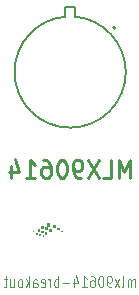
<source format=gbr>
G04 #@! TF.GenerationSoftware,KiCad,Pcbnew,(6.0.7)*
G04 #@! TF.CreationDate,2023-01-17T09:38:14-08:00*
G04 #@! TF.ProjectId,mlx90614-breakout,6d6c7839-3036-4313-942d-627265616b6f,rev?*
G04 #@! TF.SameCoordinates,Original*
G04 #@! TF.FileFunction,Legend,Bot*
G04 #@! TF.FilePolarity,Positive*
%FSLAX46Y46*%
G04 Gerber Fmt 4.6, Leading zero omitted, Abs format (unit mm)*
G04 Created by KiCad (PCBNEW (6.0.7)) date 2023-01-17 09:38:14*
%MOMM*%
%LPD*%
G01*
G04 APERTURE LIST*
%ADD10C,0.250000*%
%ADD11C,0.100000*%
%ADD12C,0.010000*%
%ADD13C,0.127000*%
%ADD14C,0.200000*%
G04 APERTURE END LIST*
D10*
X115983332Y-73383572D02*
X115983332Y-71883572D01*
X115516665Y-72955001D01*
X115049999Y-71883572D01*
X115049999Y-73383572D01*
X113716665Y-73383572D02*
X114383332Y-73383572D01*
X114383332Y-71883572D01*
X113383332Y-71883572D02*
X112449999Y-73383572D01*
X112449999Y-71883572D02*
X113383332Y-73383572D01*
X111849999Y-73383572D02*
X111583332Y-73383572D01*
X111449999Y-73312143D01*
X111383332Y-73240715D01*
X111249999Y-73026429D01*
X111183332Y-72740715D01*
X111183332Y-72169286D01*
X111249999Y-72026429D01*
X111316665Y-71955001D01*
X111449999Y-71883572D01*
X111716665Y-71883572D01*
X111849999Y-71955001D01*
X111916665Y-72026429D01*
X111983332Y-72169286D01*
X111983332Y-72526429D01*
X111916665Y-72669286D01*
X111849999Y-72740715D01*
X111716665Y-72812143D01*
X111449999Y-72812143D01*
X111316665Y-72740715D01*
X111249999Y-72669286D01*
X111183332Y-72526429D01*
X110316665Y-71883572D02*
X110183332Y-71883572D01*
X110049999Y-71955001D01*
X109983332Y-72026429D01*
X109916665Y-72169286D01*
X109849999Y-72455001D01*
X109849999Y-72812143D01*
X109916665Y-73097858D01*
X109983332Y-73240715D01*
X110049999Y-73312143D01*
X110183332Y-73383572D01*
X110316665Y-73383572D01*
X110449999Y-73312143D01*
X110516665Y-73240715D01*
X110583332Y-73097858D01*
X110649999Y-72812143D01*
X110649999Y-72455001D01*
X110583332Y-72169286D01*
X110516665Y-72026429D01*
X110449999Y-71955001D01*
X110316665Y-71883572D01*
X108649999Y-71883572D02*
X108916665Y-71883572D01*
X109049999Y-71955001D01*
X109116665Y-72026429D01*
X109249999Y-72240715D01*
X109316665Y-72526429D01*
X109316665Y-73097858D01*
X109249999Y-73240715D01*
X109183332Y-73312143D01*
X109049999Y-73383572D01*
X108783332Y-73383572D01*
X108649999Y-73312143D01*
X108583332Y-73240715D01*
X108516665Y-73097858D01*
X108516665Y-72740715D01*
X108583332Y-72597858D01*
X108649999Y-72526429D01*
X108783332Y-72455001D01*
X109049999Y-72455001D01*
X109183332Y-72526429D01*
X109249999Y-72597858D01*
X109316665Y-72740715D01*
X107183332Y-73383572D02*
X107983332Y-73383572D01*
X107583332Y-73383572D02*
X107583332Y-71883572D01*
X107716665Y-72097858D01*
X107849999Y-72240715D01*
X107983332Y-72312143D01*
X105983332Y-72383572D02*
X105983332Y-73383572D01*
X106316665Y-71812143D02*
X106649999Y-72883572D01*
X105783332Y-72883572D01*
D11*
X116449999Y-82682381D02*
X116449999Y-82015715D01*
X116449999Y-82110953D02*
X116414284Y-82063334D01*
X116342856Y-82015715D01*
X116235713Y-82015715D01*
X116164284Y-82063334D01*
X116128570Y-82158572D01*
X116128570Y-82682381D01*
X116128570Y-82158572D02*
X116092856Y-82063334D01*
X116021427Y-82015715D01*
X115914284Y-82015715D01*
X115842856Y-82063334D01*
X115807141Y-82158572D01*
X115807141Y-82682381D01*
X115342856Y-82682381D02*
X115414284Y-82634762D01*
X115449999Y-82539524D01*
X115449999Y-81682381D01*
X115128570Y-82682381D02*
X114735713Y-82015715D01*
X115128570Y-82015715D02*
X114735713Y-82682381D01*
X114414284Y-82682381D02*
X114271427Y-82682381D01*
X114199999Y-82634762D01*
X114164284Y-82587143D01*
X114092856Y-82444286D01*
X114057141Y-82253810D01*
X114057141Y-81872858D01*
X114092856Y-81777620D01*
X114128570Y-81730001D01*
X114199999Y-81682381D01*
X114342856Y-81682381D01*
X114414284Y-81730001D01*
X114449999Y-81777620D01*
X114485713Y-81872858D01*
X114485713Y-82110953D01*
X114449999Y-82206191D01*
X114414284Y-82253810D01*
X114342856Y-82301429D01*
X114199999Y-82301429D01*
X114128570Y-82253810D01*
X114092856Y-82206191D01*
X114057141Y-82110953D01*
X113592856Y-81682381D02*
X113521427Y-81682381D01*
X113449999Y-81730001D01*
X113414284Y-81777620D01*
X113378570Y-81872858D01*
X113342856Y-82063334D01*
X113342856Y-82301429D01*
X113378570Y-82491905D01*
X113414284Y-82587143D01*
X113449999Y-82634762D01*
X113521427Y-82682381D01*
X113592856Y-82682381D01*
X113664284Y-82634762D01*
X113699999Y-82587143D01*
X113735713Y-82491905D01*
X113771427Y-82301429D01*
X113771427Y-82063334D01*
X113735713Y-81872858D01*
X113699999Y-81777620D01*
X113664284Y-81730001D01*
X113592856Y-81682381D01*
X112699999Y-81682381D02*
X112842856Y-81682381D01*
X112914284Y-81730001D01*
X112949999Y-81777620D01*
X113021427Y-81920477D01*
X113057141Y-82110953D01*
X113057141Y-82491905D01*
X113021427Y-82587143D01*
X112985713Y-82634762D01*
X112914284Y-82682381D01*
X112771427Y-82682381D01*
X112699999Y-82634762D01*
X112664284Y-82587143D01*
X112628570Y-82491905D01*
X112628570Y-82253810D01*
X112664284Y-82158572D01*
X112699999Y-82110953D01*
X112771427Y-82063334D01*
X112914284Y-82063334D01*
X112985713Y-82110953D01*
X113021427Y-82158572D01*
X113057141Y-82253810D01*
X111914284Y-82682381D02*
X112342856Y-82682381D01*
X112128570Y-82682381D02*
X112128570Y-81682381D01*
X112199999Y-81825239D01*
X112271427Y-81920477D01*
X112342856Y-81968096D01*
X111271427Y-82015715D02*
X111271427Y-82682381D01*
X111449999Y-81634762D02*
X111628570Y-82349048D01*
X111164284Y-82349048D01*
X110878570Y-82301429D02*
X110307141Y-82301429D01*
X109949999Y-82682381D02*
X109949999Y-81682381D01*
X109949999Y-82063334D02*
X109878570Y-82015715D01*
X109735713Y-82015715D01*
X109664284Y-82063334D01*
X109628570Y-82110953D01*
X109592856Y-82206191D01*
X109592856Y-82491905D01*
X109628570Y-82587143D01*
X109664284Y-82634762D01*
X109735713Y-82682381D01*
X109878570Y-82682381D01*
X109949999Y-82634762D01*
X109271427Y-82682381D02*
X109271427Y-82015715D01*
X109271427Y-82206191D02*
X109235713Y-82110953D01*
X109199999Y-82063334D01*
X109128570Y-82015715D01*
X109057141Y-82015715D01*
X108521427Y-82634762D02*
X108592856Y-82682381D01*
X108735713Y-82682381D01*
X108807141Y-82634762D01*
X108842856Y-82539524D01*
X108842856Y-82158572D01*
X108807141Y-82063334D01*
X108735713Y-82015715D01*
X108592856Y-82015715D01*
X108521427Y-82063334D01*
X108485713Y-82158572D01*
X108485713Y-82253810D01*
X108842856Y-82349048D01*
X107842856Y-82682381D02*
X107842856Y-82158572D01*
X107878570Y-82063334D01*
X107949999Y-82015715D01*
X108092856Y-82015715D01*
X108164284Y-82063334D01*
X107842856Y-82634762D02*
X107914284Y-82682381D01*
X108092856Y-82682381D01*
X108164284Y-82634762D01*
X108199999Y-82539524D01*
X108199999Y-82444286D01*
X108164284Y-82349048D01*
X108092856Y-82301429D01*
X107914284Y-82301429D01*
X107842856Y-82253810D01*
X107485713Y-82682381D02*
X107485713Y-81682381D01*
X107414284Y-82301429D02*
X107199999Y-82682381D01*
X107199999Y-82015715D02*
X107485713Y-82396667D01*
X106771427Y-82682381D02*
X106842856Y-82634762D01*
X106878570Y-82587143D01*
X106914284Y-82491905D01*
X106914284Y-82206191D01*
X106878570Y-82110953D01*
X106842856Y-82063334D01*
X106771427Y-82015715D01*
X106664284Y-82015715D01*
X106592856Y-82063334D01*
X106557141Y-82110953D01*
X106521427Y-82206191D01*
X106521427Y-82491905D01*
X106557141Y-82587143D01*
X106592856Y-82634762D01*
X106664284Y-82682381D01*
X106771427Y-82682381D01*
X105878570Y-82015715D02*
X105878570Y-82682381D01*
X106199999Y-82015715D02*
X106199999Y-82539524D01*
X106164284Y-82634762D01*
X106092856Y-82682381D01*
X105985713Y-82682381D01*
X105914284Y-82634762D01*
X105878570Y-82587143D01*
X105628570Y-82015715D02*
X105342856Y-82015715D01*
X105521427Y-81682381D02*
X105521427Y-82539524D01*
X105485713Y-82634762D01*
X105414284Y-82682381D01*
X105342856Y-82682381D01*
G36*
X108968514Y-77687591D02*
G01*
X108969920Y-77762521D01*
X108816977Y-77762521D01*
X108819789Y-77612661D01*
X108967109Y-77612661D01*
X108968514Y-77687591D01*
G37*
D12*
X108968514Y-77687591D02*
X108969920Y-77762521D01*
X108816977Y-77762521D01*
X108819789Y-77612661D01*
X108967109Y-77612661D01*
X108968514Y-77687591D01*
G36*
X110249809Y-77950481D02*
G01*
X110173609Y-77950481D01*
X110173609Y-77874281D01*
X110249809Y-77874281D01*
X110249809Y-77950481D01*
G37*
X110249809Y-77950481D02*
X110173609Y-77950481D01*
X110173609Y-77874281D01*
X110249809Y-77874281D01*
X110249809Y-77950481D01*
G36*
X109965329Y-77747281D02*
G01*
X109853569Y-77747281D01*
X109853569Y-77635521D01*
X109965329Y-77635521D01*
X109965329Y-77747281D01*
G37*
X109965329Y-77747281D02*
X109853569Y-77747281D01*
X109853569Y-77635521D01*
X109965329Y-77635521D01*
X109965329Y-77747281D01*
G36*
X108344809Y-77879361D02*
G01*
X108238129Y-77879361D01*
X108238129Y-77777761D01*
X108344809Y-77777761D01*
X108344809Y-77879361D01*
G37*
X108344809Y-77879361D02*
X108238129Y-77879361D01*
X108238129Y-77777761D01*
X108344809Y-77777761D01*
X108344809Y-77879361D01*
G36*
X109299849Y-77894601D02*
G01*
X109122049Y-77894601D01*
X109122049Y-77716801D01*
X109299849Y-77716801D01*
X109299849Y-77894601D01*
G37*
X109299849Y-77894601D02*
X109122049Y-77894601D01*
X109122049Y-77716801D01*
X109299849Y-77716801D01*
X109299849Y-77894601D01*
G36*
X108633250Y-77552971D02*
G01*
X108631829Y-77617741D01*
X108567059Y-77619162D01*
X108502289Y-77620584D01*
X108502289Y-77488201D01*
X108634672Y-77488201D01*
X108633250Y-77552971D01*
G37*
X108633250Y-77552971D02*
X108631829Y-77617741D01*
X108567059Y-77619162D01*
X108502289Y-77620584D01*
X108502289Y-77488201D01*
X108634672Y-77488201D01*
X108633250Y-77552971D01*
G36*
X108664849Y-78336561D02*
G01*
X108619129Y-78336561D01*
X108619129Y-78290841D01*
X108664849Y-78290841D01*
X108664849Y-78336561D01*
G37*
X108664849Y-78336561D02*
X108619129Y-78336561D01*
X108619129Y-78290841D01*
X108664849Y-78290841D01*
X108664849Y-78336561D01*
G36*
X107841889Y-77930161D02*
G01*
X107780929Y-77930161D01*
X107780929Y-77869201D01*
X107841889Y-77869201D01*
X107841889Y-77930161D01*
G37*
X107841889Y-77930161D02*
X107780929Y-77930161D01*
X107780929Y-77869201D01*
X107841889Y-77869201D01*
X107841889Y-77930161D01*
G36*
X108116209Y-78128281D02*
G01*
X108040009Y-78128281D01*
X108040009Y-78052081D01*
X108116209Y-78052081D01*
X108116209Y-78128281D01*
G37*
X108116209Y-78128281D02*
X108040009Y-78128281D01*
X108040009Y-78052081D01*
X108116209Y-78052081D01*
X108116209Y-78128281D01*
G36*
X108918849Y-78133361D02*
G01*
X108827409Y-78133361D01*
X108827409Y-78036841D01*
X108918849Y-78036841D01*
X108918849Y-78133361D01*
G37*
X108918849Y-78133361D02*
X108827409Y-78133361D01*
X108827409Y-78036841D01*
X108918849Y-78036841D01*
X108918849Y-78133361D01*
G36*
X109639056Y-77512213D02*
G01*
X109637669Y-77602501D01*
X109549925Y-77603891D01*
X109516550Y-77604255D01*
X109492114Y-77604087D01*
X109475408Y-77603317D01*
X109465223Y-77601873D01*
X109460348Y-77599686D01*
X109459624Y-77598616D01*
X109458847Y-77591494D01*
X109458337Y-77576072D01*
X109458118Y-77554211D01*
X109458214Y-77527766D01*
X109458468Y-77508325D01*
X109459869Y-77424701D01*
X109550156Y-77423313D01*
X109640444Y-77421925D01*
X109639056Y-77512213D01*
G37*
X109639056Y-77512213D02*
X109637669Y-77602501D01*
X109549925Y-77603891D01*
X109516550Y-77604255D01*
X109492114Y-77604087D01*
X109475408Y-77603317D01*
X109465223Y-77601873D01*
X109460348Y-77599686D01*
X109459624Y-77598616D01*
X109458847Y-77591494D01*
X109458337Y-77576072D01*
X109458118Y-77554211D01*
X109458214Y-77527766D01*
X109458468Y-77508325D01*
X109459869Y-77424701D01*
X109550156Y-77423313D01*
X109640444Y-77421925D01*
X109639056Y-77512213D01*
G36*
X108629289Y-78016521D02*
G01*
X108517529Y-78016521D01*
X108517529Y-77899681D01*
X108629289Y-77899681D01*
X108629289Y-78016521D01*
G37*
X108629289Y-78016521D02*
X108517529Y-78016521D01*
X108517529Y-77899681D01*
X108629289Y-77899681D01*
X108629289Y-78016521D01*
G36*
X109167769Y-77452641D02*
G01*
X108989969Y-77452641D01*
X108989969Y-77274841D01*
X109167769Y-77274841D01*
X109167769Y-77452641D01*
G37*
X109167769Y-77452641D02*
X108989969Y-77452641D01*
X108989969Y-77274841D01*
X109167769Y-77274841D01*
X109167769Y-77452641D01*
G36*
X108426089Y-78290841D02*
G01*
X108324489Y-78290841D01*
X108324489Y-78189241D01*
X108426089Y-78189241D01*
X108426089Y-78290841D01*
G37*
X108426089Y-78290841D02*
X108324489Y-78290841D01*
X108324489Y-78189241D01*
X108426089Y-78189241D01*
X108426089Y-78290841D01*
D13*
X110550003Y-59760002D02*
X110549996Y-58960003D01*
X110549996Y-58960003D02*
X111350002Y-58960003D01*
X111350002Y-58960003D02*
X111349995Y-59760002D01*
X115659995Y-64450001D02*
G75*
G03*
X111349994Y-59760003I-4711832J-4670D01*
G01*
X106240003Y-64450001D02*
G75*
G03*
X110949999Y-69159997I4709996J0D01*
G01*
X110949999Y-69159997D02*
G75*
G03*
X115659995Y-64450001I1J4709995D01*
G01*
X110550003Y-59760001D02*
G75*
G03*
X106240002Y-64450000I401465J-4694332D01*
G01*
D14*
X114783523Y-60716477D02*
G75*
G03*
X114783523Y-60716477I-100000J0D01*
G01*
M02*

</source>
